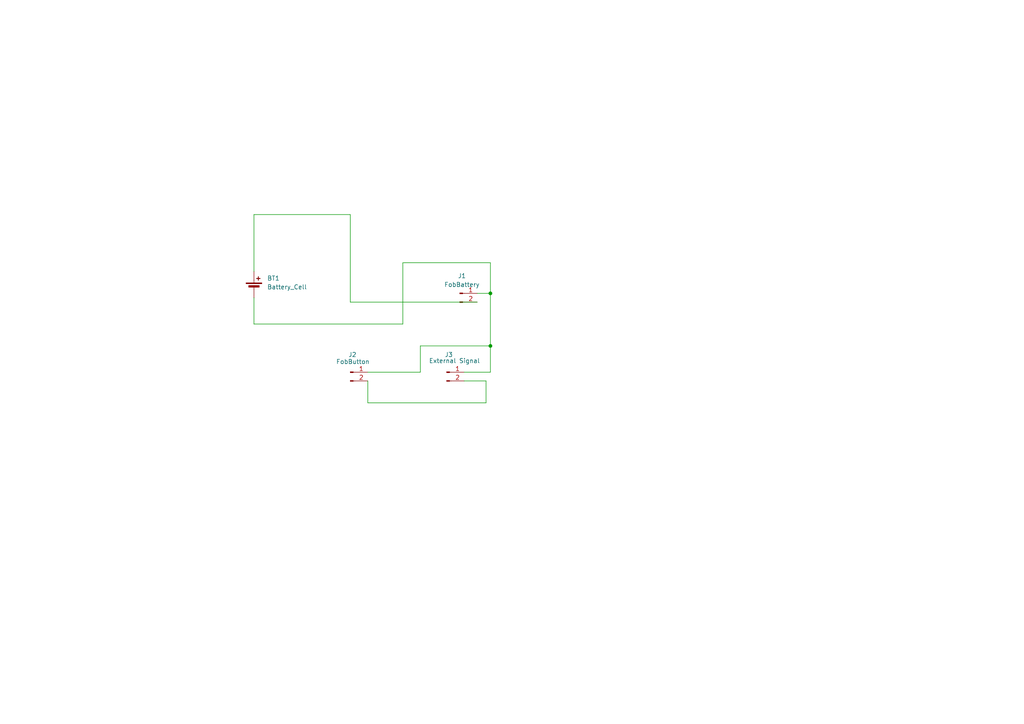
<source format=kicad_sch>
(kicad_sch (version 20231120) (generator "eeschema") (generator_version "8.0")
  (paper "A4")
  (lib_symbols
    (symbol "Connector:Conn_01x02_Pin" (pin_names (offset 1.016) hide)
      (property "Reference" "J" (at 0 2.54 0))
      (property "Value" "Conn_01x02_Pin" (at 0 -5.08 0))
      (symbol "Conn_01x02_Pin_1_1"
        (polyline (pts (xy 1.27 -2.54) (xy 0.8636 -2.54)) (stroke (width 0.1524)))
        (polyline (pts (xy 1.27 0) (xy 0.8636 0)) (stroke (width 0.1524)))
        (rectangle (start 0.8636 -2.413) (end 0 -2.667) (stroke (width 0.1524)) (fill (type outline)))
        (rectangle (start 0.8636 0.127) (end 0 -0.127) (stroke (width 0.1524)) (fill (type outline)))
        (pin passive line (at 5.08 0 180) (length 3.81) (name "Pin_1") (number "1"))
        (pin passive line (at 5.08 -2.54 180) (length 3.81) (name "Pin_2") (number "2"))
      )
    )
    (symbol "Device:Battery_Cell" (pin_numbers hide) (pin_names (offset 0) hide)
      (property "Reference" "BT" (at 2.54 2.54 0))
      (property "Value" "Battery_Cell" (at 2.54 0 0))
      (symbol "Battery_Cell_0_1"
        (rectangle (start -2.286 1.778) (end 2.286 1.524) (fill (type outline)))
        (rectangle (start -1.524 1.016) (end 1.524 0.508) (fill (type outline)))
        (polyline (pts (xy 0 0.762) (xy 0 0)))
        (polyline (pts (xy 0 1.778) (xy 0 2.54)))
        (polyline (pts (xy 0.762 3.048) (xy 1.778 3.048)) (stroke (width 0.254)))
        (polyline (pts (xy 1.27 3.556) (xy 1.27 2.54)) (stroke (width 0.254)))
      )
      (symbol "Battery_Cell_1_1"
        (pin passive line (at 0 5.08 270) (length 2.54) (name "+") (number "1"))
        (pin passive line (at 0 -2.54 90) (length 2.54) (name "-") (number "2"))
      )
    )
  )
  (junction (at 142.24 85.09))
  (junction (at 142.24 100.33))
  (wire (pts (xy 116.84 93.98) (xy 116.84 76.2)))
  (wire (pts (xy 140.97 110.49) (xy 140.97 116.84)))
  (wire (pts (xy 142.24 100.33) (xy 142.24 107.95)))
  (wire (pts (xy 101.6 87.63) (xy 101.6 62.23)))
  (wire (pts (xy 142.24 76.2) (xy 142.24 85.09)))
  (wire (pts (xy 121.92 107.95) (xy 121.92 100.33)))
  (wire (pts (xy 140.97 116.84) (xy 106.68 116.84)))
  (wire (pts (xy 142.24 107.95) (xy 134.62 107.95)))
  (wire (pts (xy 134.62 110.49) (xy 140.97 110.49)))
  (wire (pts (xy 121.92 100.33) (xy 142.24 100.33)))
  (wire (pts (xy 116.84 76.2) (xy 142.24 76.2)))
  (wire (pts (xy 138.43 85.09) (xy 142.24 85.09)))
  (wire (pts (xy 101.6 62.23) (xy 73.66 62.23)))
  (wire (pts (xy 138.43 87.63) (xy 101.6 87.63)))
  (wire (pts (xy 106.68 107.95) (xy 121.92 107.95)))
  (wire (pts (xy 73.66 62.23) (xy 73.66 78.74)))
  (wire (pts (xy 73.66 93.98) (xy 116.84 93.98)))
  (wire (pts (xy 106.68 116.84) (xy 106.68 110.49)))
  (wire (pts (xy 73.66 86.36) (xy 73.66 93.98)))
  (wire (pts (xy 142.24 85.09) (xy 142.24 100.33)))
  (symbol (lib_id "Device:Battery_Cell") (at 73.66 83.82 0) (unit 1)
    (property "Reference" "BT1" (at 77.47 80.7084 0) (effects (justify left)))
    (property "Value" "Battery_Cell" (at 77.47 83.2484 0) (effects (justify left)))
    (property "Footprint" "Battery:BatteryHolder_Keystone_1057_1x2032" (effects (hide yes)))
    (property "Description" "Single-cell battery" (effects (hide yes)))
  )
  (symbol (lib_id "Connector:Conn_01x02_Pin") (at 133.35 85.09 0) (unit 1)
    (property "Reference" "J1" (at 133.985 80.01 0))
    (property "Value" "FobBattery" (at 133.985 82.55 0))
    (property "Footprint" "Connector_JST:JST_EH_B2B-EH-A_1x02_P2.50mm_Vertical" (effects (hide yes)))
    (property "Description" "Generic connector, single row, 01x02, script generated" (effects (hide yes)))
  )
  (symbol (lib_id "Connector:Conn_01x02_Pin") (at 129.54 107.95 0) (unit 1)
    (property "Reference" "J3" (at 130.175 102.87 0))
    (property "Value" "External Signal" (at 131.826 104.648 0))
    (property "Footprint" "Connector_JST:JST_EH_B2B-EH-A_1x02_P2.50mm_Vertical" (effects (hide yes)))
    (property "Description" "Generic connector, single row, 01x02, script generated" (effects (hide yes)))
  )
  (symbol (lib_id "Connector:Conn_01x02_Pin") (at 101.6 107.95 0) (unit 1)
    (property "Reference" "J2" (at 102.235 102.87 0))
    (property "Value" "FobButton" (at 102.362 104.902 0))
    (property "Footprint" "Connector_JST:JST_EH_B2B-EH-A_1x02_P2.50mm_Vertical" (effects (hide yes)))
    (property "Description" "Generic connector, single row, 01x02, script generated" (effects (hide yes)))
  )
)
</source>
